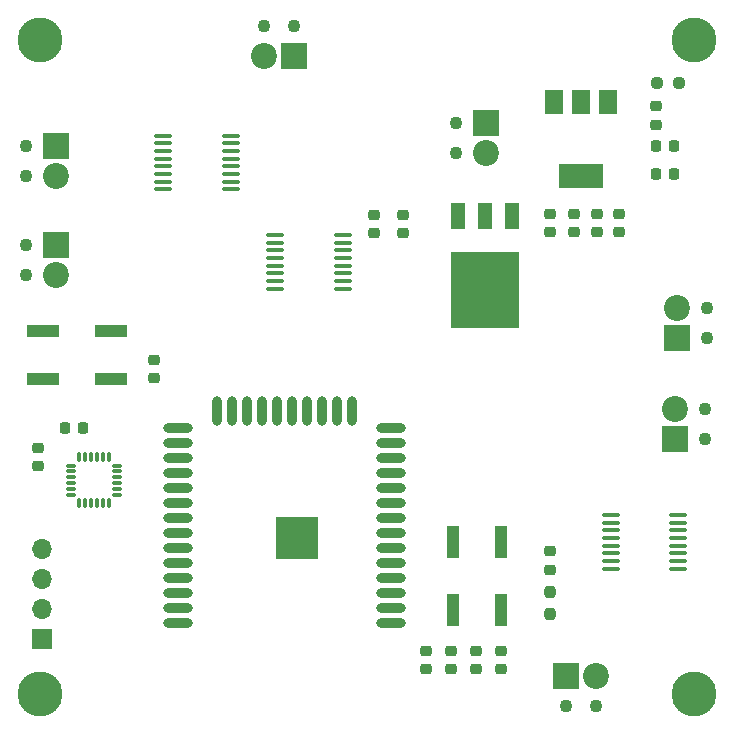
<source format=gts>
G04 #@! TF.GenerationSoftware,KiCad,Pcbnew,(6.0.8)*
G04 #@! TF.CreationDate,2022-10-29T16:07:11-04:00*
G04 #@! TF.ProjectId,miura_board,6d697572-615f-4626-9f61-72642e6b6963,rev?*
G04 #@! TF.SameCoordinates,Original*
G04 #@! TF.FileFunction,Soldermask,Top*
G04 #@! TF.FilePolarity,Negative*
%FSLAX46Y46*%
G04 Gerber Fmt 4.6, Leading zero omitted, Abs format (unit mm)*
G04 Created by KiCad (PCBNEW (6.0.8)) date 2022-10-29 16:07:11*
%MOMM*%
%LPD*%
G01*
G04 APERTURE LIST*
G04 Aperture macros list*
%AMRoundRect*
0 Rectangle with rounded corners*
0 $1 Rounding radius*
0 $2 $3 $4 $5 $6 $7 $8 $9 X,Y pos of 4 corners*
0 Add a 4 corners polygon primitive as box body*
4,1,4,$2,$3,$4,$5,$6,$7,$8,$9,$2,$3,0*
0 Add four circle primitives for the rounded corners*
1,1,$1+$1,$2,$3*
1,1,$1+$1,$4,$5*
1,1,$1+$1,$6,$7*
1,1,$1+$1,$8,$9*
0 Add four rect primitives between the rounded corners*
20,1,$1+$1,$2,$3,$4,$5,0*
20,1,$1+$1,$4,$5,$6,$7,0*
20,1,$1+$1,$6,$7,$8,$9,0*
20,1,$1+$1,$8,$9,$2,$3,0*%
G04 Aperture macros list end*
%ADD10RoundRect,0.225000X-0.250000X0.225000X-0.250000X-0.225000X0.250000X-0.225000X0.250000X0.225000X0*%
%ADD11C,1.100000*%
%ADD12R,2.200000X2.200000*%
%ADD13C,2.200000*%
%ADD14R,3.556000X3.556000*%
%ADD15O,2.500000X0.900000*%
%ADD16O,0.900000X2.500000*%
%ADD17RoundRect,0.225000X0.250000X-0.225000X0.250000X0.225000X-0.250000X0.225000X-0.250000X-0.225000X0*%
%ADD18RoundRect,0.100000X-0.637500X-0.100000X0.637500X-0.100000X0.637500X0.100000X-0.637500X0.100000X0*%
%ADD19R,1.000000X2.750000*%
%ADD20RoundRect,0.237500X0.250000X0.237500X-0.250000X0.237500X-0.250000X-0.237500X0.250000X-0.237500X0*%
%ADD21C,3.800000*%
%ADD22RoundRect,0.100000X0.637500X0.100000X-0.637500X0.100000X-0.637500X-0.100000X0.637500X-0.100000X0*%
%ADD23RoundRect,0.225000X-0.225000X-0.250000X0.225000X-0.250000X0.225000X0.250000X-0.225000X0.250000X0*%
%ADD24R,1.700000X1.700000*%
%ADD25O,1.700000X1.700000*%
%ADD26RoundRect,0.218750X-0.256250X0.218750X-0.256250X-0.218750X0.256250X-0.218750X0.256250X0.218750X0*%
%ADD27RoundRect,0.237500X0.237500X-0.250000X0.237500X0.250000X-0.237500X0.250000X-0.237500X-0.250000X0*%
%ADD28RoundRect,0.075000X0.350000X0.075000X-0.350000X0.075000X-0.350000X-0.075000X0.350000X-0.075000X0*%
%ADD29RoundRect,0.075000X-0.075000X0.350000X-0.075000X-0.350000X0.075000X-0.350000X0.075000X0.350000X0*%
%ADD30R,2.750000X1.000000*%
%ADD31R,1.500000X2.000000*%
%ADD32R,3.800000X2.000000*%
%ADD33R,1.200000X2.200000*%
%ADD34R,5.800000X6.400000*%
%ADD35RoundRect,0.225000X0.225000X0.250000X-0.225000X0.250000X-0.225000X-0.250000X0.225000X-0.250000X0*%
G04 APERTURE END LIST*
D10*
X110500000Y-42050000D03*
X110500000Y-43600000D03*
D11*
X107830000Y-83740000D03*
X110370000Y-83740000D03*
D12*
X107830000Y-81200000D03*
D13*
X110370000Y-81200000D03*
D11*
X62160000Y-36330000D03*
X62160000Y-38870000D03*
D12*
X64700000Y-36330000D03*
D13*
X64700000Y-38870000D03*
D10*
X112300000Y-42025000D03*
X112300000Y-43575000D03*
D14*
X85100000Y-69500000D03*
D15*
X75000000Y-76700000D03*
X75000000Y-75430000D03*
X75000000Y-74160000D03*
X75000000Y-72890000D03*
X75000000Y-71620000D03*
X75000000Y-70350000D03*
X75000000Y-69080000D03*
X75000000Y-67810000D03*
X75000000Y-66540000D03*
X75000000Y-65270000D03*
X75000000Y-64000000D03*
X75000000Y-62730000D03*
X75000000Y-61460000D03*
X75000000Y-60190000D03*
D16*
X78285000Y-58700000D03*
X79555000Y-58700000D03*
X80825000Y-58700000D03*
X82095000Y-58700000D03*
X83365000Y-58700000D03*
X84635000Y-58700000D03*
X85905000Y-58700000D03*
X87175000Y-58700000D03*
X88445000Y-58700000D03*
X89715000Y-58700000D03*
D15*
X93000000Y-60190000D03*
X93000000Y-61460000D03*
X93000000Y-62730000D03*
X93000000Y-64000000D03*
X93000000Y-65270000D03*
X93000000Y-66540000D03*
X93000000Y-67810000D03*
X93000000Y-69080000D03*
X93000000Y-70350000D03*
X93000000Y-71620000D03*
X93000000Y-72890000D03*
X93000000Y-74160000D03*
X93000000Y-75430000D03*
X93000000Y-76700000D03*
D17*
X73000000Y-55975000D03*
X73000000Y-54425000D03*
D10*
X100200000Y-79025000D03*
X100200000Y-80575000D03*
D18*
X83237500Y-43825000D03*
X83237500Y-44475000D03*
X83237500Y-45125000D03*
X83237500Y-45775000D03*
X83237500Y-46425000D03*
X83237500Y-47075000D03*
X83237500Y-47725000D03*
X83237500Y-48375000D03*
X88962500Y-48375000D03*
X88962500Y-47725000D03*
X88962500Y-47075000D03*
X88962500Y-46425000D03*
X88962500Y-45775000D03*
X88962500Y-45125000D03*
X88962500Y-44475000D03*
X88962500Y-43825000D03*
D19*
X98300000Y-69820000D03*
X98300000Y-75580000D03*
X102300000Y-75580000D03*
X102300000Y-69820000D03*
D10*
X106500000Y-42025000D03*
X106500000Y-43575000D03*
D20*
X117412500Y-31000000D03*
X115587500Y-31000000D03*
D21*
X63300000Y-82700000D03*
D22*
X117362500Y-72075000D03*
X117362500Y-71425000D03*
X117362500Y-70775000D03*
X117362500Y-70125000D03*
X117362500Y-69475000D03*
X117362500Y-68825000D03*
X117362500Y-68175000D03*
X117362500Y-67525000D03*
X111637500Y-67525000D03*
X111637500Y-68175000D03*
X111637500Y-68825000D03*
X111637500Y-69475000D03*
X111637500Y-70125000D03*
X111637500Y-70775000D03*
X111637500Y-71425000D03*
X111637500Y-72075000D03*
D23*
X115425000Y-36300000D03*
X116975000Y-36300000D03*
D24*
X63500000Y-78000000D03*
D25*
X63500000Y-75460000D03*
X63500000Y-72920000D03*
X63500000Y-70380000D03*
D10*
X91600000Y-42125000D03*
X91600000Y-43675000D03*
D21*
X118700000Y-27300000D03*
D17*
X63100000Y-63375000D03*
X63100000Y-61825000D03*
D18*
X73737500Y-35425000D03*
X73737500Y-36075000D03*
X73737500Y-36725000D03*
X73737500Y-37375000D03*
X73737500Y-38025000D03*
X73737500Y-38675000D03*
X73737500Y-39325000D03*
X73737500Y-39975000D03*
X79462500Y-39975000D03*
X79462500Y-39325000D03*
X79462500Y-38675000D03*
X79462500Y-38025000D03*
X79462500Y-37375000D03*
X79462500Y-36725000D03*
X79462500Y-36075000D03*
X79462500Y-35425000D03*
D10*
X94000000Y-42125000D03*
X94000000Y-43675000D03*
D11*
X119640000Y-58530000D03*
X119640000Y-61070000D03*
D12*
X117100000Y-61070000D03*
D13*
X117100000Y-58530000D03*
D10*
X102300000Y-79025000D03*
X102300000Y-80575000D03*
D21*
X63300000Y-27300000D03*
D26*
X115500000Y-32912500D03*
X115500000Y-34487500D03*
D27*
X106500000Y-75912500D03*
X106500000Y-74087500D03*
D28*
X69850000Y-65850000D03*
X69850000Y-65350000D03*
X69850000Y-64850000D03*
X69850000Y-64350000D03*
X69850000Y-63850000D03*
X69850000Y-63350000D03*
D29*
X69150000Y-62650000D03*
X68650000Y-62650000D03*
X68150000Y-62650000D03*
X67650000Y-62650000D03*
X67150000Y-62650000D03*
X66650000Y-62650000D03*
D28*
X65950000Y-63350000D03*
X65950000Y-63850000D03*
X65950000Y-64350000D03*
X65950000Y-64850000D03*
X65950000Y-65350000D03*
X65950000Y-65850000D03*
D29*
X66650000Y-66550000D03*
X67150000Y-66550000D03*
X67650000Y-66550000D03*
X68150000Y-66550000D03*
X68650000Y-66550000D03*
X69150000Y-66550000D03*
D11*
X119740000Y-50030000D03*
X119740000Y-52570000D03*
D12*
X117200000Y-52570000D03*
D13*
X117200000Y-50030000D03*
D30*
X69280000Y-56000000D03*
X63520000Y-56000000D03*
X63520000Y-52000000D03*
X69280000Y-52000000D03*
D10*
X98100000Y-79025000D03*
X98100000Y-80575000D03*
D31*
X111400000Y-32550000D03*
X109100000Y-32550000D03*
D32*
X109100000Y-38850000D03*
D31*
X106800000Y-32550000D03*
D13*
X101100000Y-36870000D03*
D12*
X101100000Y-34330000D03*
D11*
X98560000Y-34330000D03*
X98560000Y-36870000D03*
D23*
X115425000Y-38700000D03*
X116975000Y-38700000D03*
D10*
X108500000Y-42025000D03*
X108500000Y-43575000D03*
D21*
X118700000Y-82700000D03*
D33*
X103280000Y-42200000D03*
X101000000Y-42200000D03*
D34*
X101000000Y-48500000D03*
D33*
X98720000Y-42200000D03*
D35*
X66975000Y-60200000D03*
X65425000Y-60200000D03*
D11*
X62160000Y-47240000D03*
X62160000Y-44700000D03*
D12*
X64700000Y-44700000D03*
D13*
X64700000Y-47240000D03*
D11*
X84800000Y-26160000D03*
X82260000Y-26160000D03*
D12*
X84800000Y-28700000D03*
D13*
X82260000Y-28700000D03*
D17*
X106500000Y-72175000D03*
X106500000Y-70625000D03*
D10*
X96000000Y-79025000D03*
X96000000Y-80575000D03*
M02*

</source>
